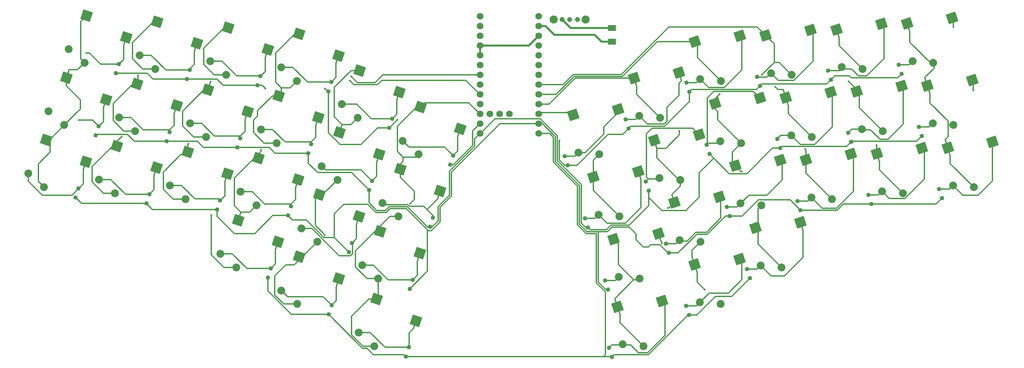
<source format=gbl>
G04 #@! TF.GenerationSoftware,KiCad,Pcbnew,8.0.4*
G04 #@! TF.CreationDate,2024-08-25T22:17:31+07:00*
G04 #@! TF.ProjectId,ozprey,6f7a7072-6579-42e6-9b69-6361645f7063,1.0*
G04 #@! TF.SameCoordinates,Original*
G04 #@! TF.FileFunction,Copper,L2,Bot*
G04 #@! TF.FilePolarity,Positive*
%FSLAX46Y46*%
G04 Gerber Fmt 4.6, Leading zero omitted, Abs format (unit mm)*
G04 Created by KiCad (PCBNEW 8.0.4) date 2024-08-25 22:17:31*
%MOMM*%
%LPD*%
G01*
G04 APERTURE LIST*
G04 Aperture macros list*
%AMRoundRect*
0 Rectangle with rounded corners*
0 $1 Rounding radius*
0 $2 $3 $4 $5 $6 $7 $8 $9 X,Y pos of 4 corners*
0 Add a 4 corners polygon primitive as box body*
4,1,4,$2,$3,$4,$5,$6,$7,$8,$9,$2,$3,0*
0 Add four circle primitives for the rounded corners*
1,1,$1+$1,$2,$3*
1,1,$1+$1,$4,$5*
1,1,$1+$1,$6,$7*
1,1,$1+$1,$8,$9*
0 Add four rect primitives between the rounded corners*
20,1,$1+$1,$2,$3,$4,$5,0*
20,1,$1+$1,$4,$5,$6,$7,0*
20,1,$1+$1,$6,$7,$8,$9,0*
20,1,$1+$1,$8,$9,$2,$3,0*%
%AMRotRect*
0 Rectangle, with rotation*
0 The origin of the aperture is its center*
0 $1 length*
0 $2 width*
0 $3 Rotation angle, in degrees counterclockwise*
0 Add horizontal line*
21,1,$1,$2,0,0,$3*%
G04 Aperture macros list end*
G04 #@! TA.AperFunction,ComponentPad*
%ADD10C,1.308000*%
G04 #@! TD*
G04 #@! TA.AperFunction,ComponentPad*
%ADD11C,2.100000*%
G04 #@! TD*
G04 #@! TA.AperFunction,SMDPad,CuDef*
%ADD12R,2.100000X1.500000*%
G04 #@! TD*
G04 #@! TA.AperFunction,SMDPad,CuDef*
%ADD13RotRect,2.600000X2.600000X18.000000*%
G04 #@! TD*
G04 #@! TA.AperFunction,ComponentPad*
%ADD14C,2.032000*%
G04 #@! TD*
G04 #@! TA.AperFunction,SMDPad,CuDef*
%ADD15RotRect,2.600000X2.600000X342.000000*%
G04 #@! TD*
G04 #@! TA.AperFunction,ComponentPad*
%ADD16C,1.752600*%
G04 #@! TD*
G04 #@! TA.AperFunction,SMDPad,CuDef*
%ADD17RoundRect,0.250000X0.160510X-0.315018X0.315018X0.160510X-0.160510X0.315018X-0.315018X-0.160510X0*%
G04 #@! TD*
G04 #@! TA.AperFunction,SMDPad,CuDef*
%ADD18RoundRect,0.250000X0.315018X-0.160510X0.160510X0.315018X-0.315018X0.160510X-0.160510X-0.315018X0*%
G04 #@! TD*
G04 #@! TA.AperFunction,ViaPad*
%ADD19C,0.500000*%
G04 #@! TD*
G04 #@! TA.AperFunction,Conductor*
%ADD20C,0.300000*%
G04 #@! TD*
G04 #@! TA.AperFunction,Conductor*
%ADD21C,0.500000*%
G04 #@! TD*
G04 APERTURE END LIST*
D10*
G04 #@! TO.P,SW43,1,1*
G04 #@! TO.N,unconnected-(SW43-Pad1)*
X166215469Y-55377832D03*
G04 #@! TO.P,SW43,2,2*
G04 #@! TO.N,Net-(BATT1--)*
X162215469Y-55377832D03*
G04 #@! TO.P,SW43,COM,COM*
G04 #@! TO.N,GND*
X164215469Y-55377832D03*
D11*
G04 #@! TO.P,SW43,M1*
G04 #@! TO.N,N/C*
X168365469Y-55377832D03*
G04 #@! TO.P,SW43,M2*
X160065469Y-55377832D03*
G04 #@! TD*
D12*
G04 #@! TO.P,BATT1,1,+*
G04 #@! TO.N,RAW*
X175215469Y-61177832D03*
G04 #@! TO.P,BATT1,2,-*
G04 #@! TO.N,Net-(BATT1--)*
X175215469Y-57577832D03*
G04 #@! TD*
D13*
G04 #@! TO.P,SW40,1,1*
G04 #@! TO.N,COL11*
X252036613Y-56433016D03*
D14*
X258813174Y-66691004D03*
G04 #@! TO.P,SW40,2,2*
G04 #@! TO.N,Net-(D40-A)*
X253408956Y-66238872D03*
D13*
X263701153Y-54956194D03*
G04 #@! TD*
G04 #@! TO.P,SW37,1,1*
G04 #@! TO.N,COL10*
X233619713Y-58000916D03*
D14*
X240396274Y-68258904D03*
G04 #@! TO.P,SW37,2,2*
G04 #@! TO.N,Net-(D37-A)*
X234992056Y-67806772D03*
D13*
X245284253Y-56524094D03*
G04 #@! TD*
G04 #@! TO.P,SW34,1,1*
G04 #@! TO.N,COL9*
X215202913Y-59568816D03*
D14*
X221979474Y-69826804D03*
G04 #@! TO.P,SW34,2,2*
G04 #@! TO.N,Net-(D34-A)*
X216575256Y-69374672D03*
D13*
X226867453Y-58091994D03*
G04 #@! TD*
G04 #@! TO.P,SW30,1,1*
G04 #@! TO.N,COL8*
X196786013Y-61136716D03*
D14*
X203562574Y-71394704D03*
G04 #@! TO.P,SW30,2,2*
G04 #@! TO.N,Net-(D30-A)*
X198158356Y-70942572D03*
D13*
X208450553Y-59659894D03*
G04 #@! TD*
G04 #@! TO.P,SW26,1,1*
G04 #@! TO.N,COL7*
X180964813Y-70693416D03*
D14*
X187741374Y-80951404D03*
G04 #@! TO.P,SW26,2,2*
G04 #@! TO.N,Net-(D26-A)*
X182337156Y-80499272D03*
D13*
X192629353Y-69216594D03*
G04 #@! TD*
G04 #@! TO.P,SW22,1,1*
G04 #@! TO.N,COL6*
X165143713Y-80250116D03*
D14*
X171920274Y-90508104D03*
G04 #@! TO.P,SW22,2,2*
G04 #@! TO.N,Net-(D22-A)*
X166516056Y-90055972D03*
D13*
X176808253Y-78773294D03*
G04 #@! TD*
D15*
G04 #@! TO.P,SW18,1,1*
G04 #@! TO.N,COL5*
X125447415Y-78226055D03*
D14*
X124900274Y-90508104D03*
G04 #@! TO.P,SW18,2,2*
G04 #@! TO.N,Net-(D18-A)*
X120793927Y-86965802D03*
D15*
X135752280Y-83887526D03*
G04 #@! TD*
G04 #@! TO.P,SW14,1,1*
G04 #@! TO.N,COL4*
X109626215Y-68669355D03*
D14*
X109079074Y-80951404D03*
G04 #@! TO.P,SW14,2,2*
G04 #@! TO.N,Net-(D14-A)*
X104972727Y-77409102D03*
D15*
X119931080Y-74330826D03*
G04 #@! TD*
G04 #@! TO.P,SW10,1,1*
G04 #@! TO.N,COL3*
X93805115Y-59112655D03*
D14*
X93257974Y-71394704D03*
G04 #@! TO.P,SW10,2,2*
G04 #@! TO.N,Net-(D10-A)*
X89151627Y-67852402D03*
D15*
X104109980Y-64774126D03*
G04 #@! TD*
G04 #@! TO.P,SW7,1,1*
G04 #@! TO.N,COL2*
X75388215Y-57544755D03*
D14*
X74841074Y-69826804D03*
G04 #@! TO.P,SW7,2,2*
G04 #@! TO.N,Net-(D7-A)*
X70734727Y-66284502D03*
D15*
X85693080Y-63206226D03*
G04 #@! TD*
G04 #@! TO.P,SW4,1,1*
G04 #@! TO.N,COL1*
X56971315Y-55976855D03*
D14*
X56424174Y-68258904D03*
G04 #@! TO.P,SW4,2,2*
G04 #@! TO.N,Net-(D4-A)*
X52317827Y-64716602D03*
D15*
X67276180Y-61638326D03*
G04 #@! TD*
G04 #@! TO.P,SW1,1,1*
G04 #@! TO.N,COL0*
X38554415Y-54408955D03*
D14*
X38007274Y-66691004D03*
G04 #@! TO.P,SW1,2,2*
G04 #@! TO.N,Net-(D1-A)*
X33900927Y-63148702D03*
D15*
X48859280Y-60070426D03*
G04 #@! TD*
D13*
G04 #@! TO.P,SW41,1,1*
G04 #@! TO.N,COL11*
X257289913Y-72601016D03*
D14*
X264066474Y-82859004D03*
G04 #@! TO.P,SW41,2,2*
G04 #@! TO.N,Net-(D41-A)*
X258662256Y-82406872D03*
D13*
X268954453Y-71124194D03*
G04 #@! TD*
G04 #@! TO.P,SW38,1,1*
G04 #@! TO.N,COL10*
X238873013Y-74168916D03*
D14*
X245649574Y-84426904D03*
G04 #@! TO.P,SW38,2,2*
G04 #@! TO.N,Net-(D38-A)*
X240245356Y-83974772D03*
D13*
X250537553Y-72692094D03*
G04 #@! TD*
G04 #@! TO.P,SW35,1,1*
G04 #@! TO.N,COL9*
X220456113Y-75736716D03*
D14*
X227232674Y-85994704D03*
G04 #@! TO.P,SW35,2,2*
G04 #@! TO.N,Net-(D35-A)*
X221828456Y-85542572D03*
D13*
X232120653Y-74259894D03*
G04 #@! TD*
G04 #@! TO.P,SW31,1,1*
G04 #@! TO.N,COL8*
X202039313Y-77304616D03*
D14*
X208815874Y-87562604D03*
G04 #@! TO.P,SW31,2,2*
G04 #@! TO.N,Net-(D31-A)*
X203411656Y-87110472D03*
D13*
X213703853Y-75827794D03*
G04 #@! TD*
G04 #@! TO.P,SW27,1,1*
G04 #@! TO.N,COL7*
X186218113Y-86861416D03*
D14*
X192994674Y-97119404D03*
G04 #@! TO.P,SW27,2,2*
G04 #@! TO.N,Net-(D27-A)*
X187590456Y-96667272D03*
D13*
X197882653Y-85384594D03*
G04 #@! TD*
G04 #@! TO.P,SW23,1,1*
G04 #@! TO.N,COL6*
X170397013Y-96418116D03*
D14*
X177173574Y-106676104D03*
G04 #@! TO.P,SW23,2,2*
G04 #@! TO.N,Net-(D23-A)*
X171769356Y-106223972D03*
D13*
X182061553Y-94941294D03*
G04 #@! TD*
D15*
G04 #@! TO.P,SW19,1,1*
G04 #@! TO.N,COL5*
X120194115Y-94394055D03*
D14*
X119646974Y-106676104D03*
G04 #@! TO.P,SW19,2,2*
G04 #@! TO.N,Net-(D19-A)*
X115540627Y-103133802D03*
D15*
X130498980Y-100055526D03*
G04 #@! TD*
G04 #@! TO.P,SW15,1,1*
G04 #@! TO.N,COL4*
X104372915Y-84837355D03*
D14*
X103825774Y-97119404D03*
G04 #@! TO.P,SW15,2,2*
G04 #@! TO.N,Net-(D15-A)*
X99719427Y-93577102D03*
D15*
X114677780Y-90498826D03*
G04 #@! TD*
G04 #@! TO.P,SW11,1,1*
G04 #@! TO.N,COL3*
X88551815Y-75280555D03*
D14*
X88004674Y-87562604D03*
G04 #@! TO.P,SW11,2,2*
G04 #@! TO.N,Net-(D11-A)*
X83898327Y-84020302D03*
D15*
X98856680Y-80942026D03*
G04 #@! TD*
G04 #@! TO.P,SW8,1,1*
G04 #@! TO.N,COL2*
X70134915Y-73712655D03*
D14*
X69587774Y-85994704D03*
G04 #@! TO.P,SW8,2,2*
G04 #@! TO.N,Net-(D8-A)*
X65481427Y-82452402D03*
D15*
X80439780Y-79374126D03*
G04 #@! TD*
G04 #@! TO.P,SW5,1,1*
G04 #@! TO.N,COL1*
X51718015Y-72144855D03*
D14*
X51170874Y-84426904D03*
G04 #@! TO.P,SW5,2,2*
G04 #@! TO.N,Net-(D5-A)*
X47064527Y-80884602D03*
D15*
X62022880Y-77806326D03*
G04 #@! TD*
G04 #@! TO.P,SW2,1,1*
G04 #@! TO.N,COL0*
X33301115Y-70576955D03*
D14*
X32753974Y-82859004D03*
G04 #@! TO.P,SW2,2,2*
G04 #@! TO.N,Net-(D2-A)*
X28647627Y-79316702D03*
D15*
X43605980Y-76238426D03*
G04 #@! TD*
D13*
G04 #@! TO.P,SW42,1,1*
G04 #@! TO.N,COL11*
X262543213Y-88769016D03*
D14*
X269319774Y-99027004D03*
G04 #@! TO.P,SW42,2,2*
G04 #@! TO.N,Net-(D42-A)*
X263915556Y-98574872D03*
D13*
X274207753Y-87292194D03*
G04 #@! TD*
G04 #@! TO.P,SW39,1,1*
G04 #@! TO.N,COL10*
X244126313Y-90336816D03*
D14*
X250902874Y-100594804D03*
G04 #@! TO.P,SW39,2,2*
G04 #@! TO.N,Net-(D39-A)*
X245498656Y-100142672D03*
D13*
X255790853Y-88859994D03*
G04 #@! TD*
G04 #@! TO.P,SW36,1,1*
G04 #@! TO.N,COL9*
X225709413Y-91904716D03*
D14*
X232485974Y-102162704D03*
G04 #@! TO.P,SW36,2,2*
G04 #@! TO.N,Net-(D36-A)*
X227081756Y-101710572D03*
D13*
X237373953Y-90427894D03*
G04 #@! TD*
G04 #@! TO.P,SW32,1,1*
G04 #@! TO.N,COL8*
X207292513Y-93472616D03*
D14*
X214069074Y-103730604D03*
G04 #@! TO.P,SW32,2,2*
G04 #@! TO.N,Net-(D32-A)*
X208664856Y-103278472D03*
D13*
X218957053Y-91995794D03*
G04 #@! TD*
G04 #@! TO.P,SW28,1,1*
G04 #@! TO.N,COL7*
X191471413Y-103029316D03*
D14*
X198247974Y-113287304D03*
G04 #@! TO.P,SW28,2,2*
G04 #@! TO.N,Net-(D28-A)*
X192843756Y-112835172D03*
D13*
X203135953Y-101552494D03*
G04 #@! TD*
G04 #@! TO.P,SW24,1,1*
G04 #@! TO.N,COL6*
X175650313Y-112586116D03*
D14*
X182426874Y-122844104D03*
G04 #@! TO.P,SW24,2,2*
G04 #@! TO.N,Net-(D24-A)*
X177022656Y-122391972D03*
D13*
X187314853Y-111109294D03*
G04 #@! TD*
D15*
G04 #@! TO.P,SW20,1,1*
G04 #@! TO.N,COL5*
X114940815Y-110562055D03*
D14*
X114393674Y-122844104D03*
G04 #@! TO.P,SW20,2,2*
G04 #@! TO.N,Net-(D20-A)*
X110287327Y-119301802D03*
D15*
X125245680Y-116223526D03*
G04 #@! TD*
G04 #@! TO.P,SW16,1,1*
G04 #@! TO.N,COL4*
X99119615Y-101005255D03*
D14*
X98572474Y-113287304D03*
G04 #@! TO.P,SW16,2,2*
G04 #@! TO.N,Net-(D16-A)*
X94466127Y-109745002D03*
D15*
X109424480Y-106666726D03*
G04 #@! TD*
G04 #@! TO.P,SW12,1,1*
G04 #@! TO.N,COL3*
X83298515Y-91448555D03*
D14*
X82751374Y-103730604D03*
G04 #@! TO.P,SW12,2,2*
G04 #@! TO.N,Net-(D12-A)*
X78645027Y-100188302D03*
D15*
X93603380Y-97110026D03*
G04 #@! TD*
G04 #@! TO.P,SW9,1,1*
G04 #@! TO.N,COL2*
X64881615Y-89880655D03*
D14*
X64334474Y-102162704D03*
G04 #@! TO.P,SW9,2,2*
G04 #@! TO.N,Net-(D9-A)*
X60228127Y-98620402D03*
D15*
X75186480Y-95542126D03*
G04 #@! TD*
G04 #@! TO.P,SW6,1,1*
G04 #@! TO.N,COL1*
X46464715Y-88312755D03*
D14*
X45917574Y-100594804D03*
G04 #@! TO.P,SW6,2,2*
G04 #@! TO.N,Net-(D6-A)*
X41811227Y-97052502D03*
D15*
X56769580Y-93974226D03*
G04 #@! TD*
G04 #@! TO.P,SW3,1,1*
G04 #@! TO.N,COL0*
X28047815Y-86744955D03*
D14*
X27500674Y-99027004D03*
G04 #@! TO.P,SW3,2,2*
G04 #@! TO.N,Net-(D3-A)*
X23394327Y-95484702D03*
D15*
X38352680Y-92406426D03*
G04 #@! TD*
D13*
G04 #@! TO.P,SW33,1,1*
G04 #@! TO.N,COL8*
X212545813Y-109640516D03*
D14*
X219322374Y-119898504D03*
G04 #@! TO.P,SW33,2,2*
G04 #@! TO.N,Net-(D33-A)*
X213918156Y-119446372D03*
D13*
X224210353Y-108163694D03*
G04 #@! TD*
G04 #@! TO.P,SW29,1,1*
G04 #@! TO.N,COL7*
X196724713Y-119197316D03*
D14*
X203501274Y-129455304D03*
G04 #@! TO.P,SW29,2,2*
G04 #@! TO.N,Net-(D29-A)*
X198097056Y-129003172D03*
D13*
X208389253Y-117720494D03*
G04 #@! TD*
D15*
G04 #@! TO.P,SW21,1,1*
G04 #@! TO.N,COL5*
X113967315Y-128120555D03*
D14*
X113420174Y-140402604D03*
G04 #@! TO.P,SW21,2,2*
G04 #@! TO.N,Net-(D21-A)*
X109313827Y-136860302D03*
D15*
X124272180Y-133782026D03*
G04 #@! TD*
G04 #@! TO.P,SW17,1,1*
G04 #@! TO.N,COL4*
X93866415Y-117173255D03*
D14*
X93319274Y-129455304D03*
G04 #@! TO.P,SW17,2,2*
G04 #@! TO.N,Net-(D17-A)*
X89212927Y-125913002D03*
D15*
X104171280Y-122834726D03*
G04 #@! TD*
D13*
G04 #@! TO.P,SW25,1,1*
G04 #@! TO.N,COL6*
X176623813Y-130144616D03*
D14*
X183400374Y-140402604D03*
G04 #@! TO.P,SW25,2,2*
G04 #@! TO.N,Net-(D25-A)*
X177996156Y-139950472D03*
D13*
X188288353Y-128667794D03*
G04 #@! TD*
D15*
G04 #@! TO.P,SW13,1,1*
G04 #@! TO.N,COL3*
X78045215Y-107616455D03*
D14*
X77498074Y-119898504D03*
G04 #@! TO.P,SW13,2,2*
G04 #@! TO.N,Net-(D13-A)*
X73391727Y-116356202D03*
D15*
X88350080Y-113277926D03*
G04 #@! TD*
D16*
G04 #@! TO.P,U1,1,TX0/P0.06*
G04 #@! TO.N,unconnected-(U1-TX0{slash}P0.06-Pad1)*
X140881074Y-57129672D03*
G04 #@! TO.P,U1,2,RX1/P0.08*
G04 #@! TO.N,unconnected-(U1-RX1{slash}P0.08-Pad2)*
X140881074Y-59669672D03*
G04 #@! TO.P,U1,3,GND*
G04 #@! TO.N,GND*
X140881074Y-62209672D03*
G04 #@! TO.P,U1,4,GND*
X140881074Y-64749672D03*
G04 #@! TO.P,U1,5,P0.17*
G04 #@! TO.N,COL0*
X140881074Y-67289672D03*
G04 #@! TO.P,U1,6,P0.20*
G04 #@! TO.N,COL1*
X140881074Y-69829672D03*
G04 #@! TO.P,U1,7,P0.22*
G04 #@! TO.N,COL2*
X140881074Y-72369672D03*
G04 #@! TO.P,U1,8,P0.24*
G04 #@! TO.N,COL3*
X140881074Y-74909672D03*
G04 #@! TO.P,U1,9,P1.00*
G04 #@! TO.N,COL4*
X140881074Y-77449672D03*
G04 #@! TO.P,U1,10,P0.11*
G04 #@! TO.N,COL5*
X140881074Y-79989672D03*
G04 #@! TO.P,U1,11,P1.04*
G04 #@! TO.N,ROW0*
X140881074Y-82529672D03*
G04 #@! TO.P,U1,12,P1.06*
G04 #@! TO.N,ROW1*
X140881074Y-85069672D03*
G04 #@! TO.P,U1,13,NFC1/P0.09*
G04 #@! TO.N,ROW3*
X156121074Y-85069672D03*
G04 #@! TO.P,U1,14,NFC2/P0.10*
G04 #@! TO.N,ROW2*
X156121074Y-82529672D03*
G04 #@! TO.P,U1,15,P1.11*
G04 #@! TO.N,COL6*
X156121074Y-79989672D03*
G04 #@! TO.P,U1,16,P1.13*
G04 #@! TO.N,COL7*
X156121074Y-77449672D03*
G04 #@! TO.P,U1,17,P1.15*
G04 #@! TO.N,COL8*
X156121074Y-74909672D03*
G04 #@! TO.P,U1,18,AIN0/P0.02*
G04 #@! TO.N,COL9*
X156121074Y-72369672D03*
G04 #@! TO.P,U1,19,AIN5/P0.29*
G04 #@! TO.N,COL10*
X156121074Y-69829672D03*
G04 #@! TO.P,U1,20,AIN7/P0.31*
G04 #@! TO.N,COL11*
X156121074Y-67289672D03*
G04 #@! TO.P,U1,21,VCC*
G04 #@! TO.N,3.3V*
X156121074Y-64749672D03*
G04 #@! TO.P,U1,22,RST*
G04 #@! TO.N,RST*
X156121074Y-62209672D03*
G04 #@! TO.P,U1,23,GND*
G04 #@! TO.N,GND*
X156121074Y-59669672D03*
G04 #@! TO.P,U1,24,BATIN/P0.04*
G04 #@! TO.N,RAW*
X156121074Y-57129672D03*
G04 #@! TO.P,U1,30*
G04 #@! TO.N,N/C*
X140881074Y-54589672D03*
G04 #@! TO.P,U1,31,P1.01*
G04 #@! TO.N,unconnected-(U1-P1.01-Pad31)*
X143421074Y-79989672D03*
G04 #@! TO.P,U1,32,P1.02*
G04 #@! TO.N,unconnected-(U1-P1.02-Pad32)*
X145961074Y-79989672D03*
G04 #@! TO.P,U1,33,P1.07*
G04 #@! TO.N,unconnected-(U1-P1.07-Pad33)*
X148501074Y-79989672D03*
G04 #@! TO.P,U1,34*
G04 #@! TO.N,N/C*
X156121074Y-54589672D03*
G04 #@! TD*
D17*
G04 #@! TO.P,D11,1,K*
G04 #@! TO.N,ROW1*
X96201903Y-90256293D03*
G04 #@! TO.P,D11,2,A*
G04 #@! TO.N,Net-(D11-A)*
X96974445Y-87878651D03*
G04 #@! TD*
D18*
G04 #@! TO.P,D39,1,K*
G04 #@! TO.N,ROW2*
X242684945Y-103441893D03*
G04 #@! TO.P,D39,2,A*
G04 #@! TO.N,Net-(D39-A)*
X241912403Y-101064251D03*
G04 #@! TD*
D17*
G04 #@! TO.P,D12,1,K*
G04 #@! TO.N,ROW2*
X90948603Y-106424193D03*
G04 #@! TO.P,D12,2,A*
G04 #@! TO.N,Net-(D12-A)*
X91721145Y-104046551D03*
G04 #@! TD*
G04 #@! TO.P,D10,1,K*
G04 #@! TO.N,ROW0*
X101455103Y-74088293D03*
G04 #@! TO.P,D10,2,A*
G04 #@! TO.N,Net-(D10-A)*
X102227645Y-71710651D03*
G04 #@! TD*
D18*
G04 #@! TO.P,D26,1,K*
G04 #@! TO.N,ROW0*
X179523445Y-83798493D03*
G04 #@! TO.P,D26,2,A*
G04 #@! TO.N,Net-(D26-A)*
X178750903Y-81420851D03*
G04 #@! TD*
G04 #@! TO.P,D24,1,K*
G04 #@! TO.N,ROW2*
X174208845Y-125691093D03*
G04 #@! TO.P,D24,2,A*
G04 #@! TO.N,Net-(D24-A)*
X173436303Y-123313451D03*
G04 #@! TD*
D17*
G04 #@! TO.P,D4,1,K*
G04 #@! TO.N,ROW0*
X64621403Y-70952593D03*
G04 #@! TO.P,D4,2,A*
G04 #@! TO.N,Net-(D4-A)*
X65393945Y-68574951D03*
G04 #@! TD*
D18*
G04 #@! TO.P,D25,1,K*
G04 #@! TO.N,ROW3*
X175182345Y-143249593D03*
G04 #@! TO.P,D25,2,A*
G04 #@! TO.N,Net-(D25-A)*
X174409803Y-140871951D03*
G04 #@! TD*
D17*
G04 #@! TO.P,D16,1,K*
G04 #@! TO.N,ROW2*
X106769703Y-115980993D03*
G04 #@! TO.P,D16,2,A*
G04 #@! TO.N,Net-(D16-A)*
X107542245Y-113603351D03*
G04 #@! TD*
G04 #@! TO.P,D17,1,K*
G04 #@! TO.N,ROW3*
X101516403Y-132148893D03*
G04 #@! TO.P,D17,2,A*
G04 #@! TO.N,Net-(D17-A)*
X102288945Y-129771251D03*
G04 #@! TD*
G04 #@! TO.P,D14,1,K*
G04 #@! TO.N,ROW0*
X117276303Y-83644993D03*
G04 #@! TO.P,D14,2,A*
G04 #@! TO.N,Net-(D14-A)*
X118048845Y-81267351D03*
G04 #@! TD*
D18*
G04 #@! TO.P,D32,1,K*
G04 #@! TO.N,ROW2*
X205851145Y-106577593D03*
G04 #@! TO.P,D32,2,A*
G04 #@! TO.N,Net-(D32-A)*
X205078603Y-104199951D03*
G04 #@! TD*
G04 #@! TO.P,D27,1,K*
G04 #@! TO.N,ROW1*
X184776745Y-99966393D03*
G04 #@! TO.P,D27,2,A*
G04 #@! TO.N,Net-(D27-A)*
X184004203Y-97588751D03*
G04 #@! TD*
G04 #@! TO.P,D38,1,K*
G04 #@! TO.N,ROW1*
X237431645Y-87273893D03*
G04 #@! TO.P,D38,2,A*
G04 #@! TO.N,Net-(D38-A)*
X236659103Y-84896251D03*
G04 #@! TD*
D17*
G04 #@! TO.P,D20,1,K*
G04 #@! TO.N,ROW2*
X122590903Y-125537693D03*
G04 #@! TO.P,D20,2,A*
G04 #@! TO.N,Net-(D20-A)*
X123363445Y-123160051D03*
G04 #@! TD*
G04 #@! TO.P,D21,1,K*
G04 #@! TO.N,ROW3*
X121617303Y-143096193D03*
G04 #@! TO.P,D21,2,A*
G04 #@! TO.N,Net-(D21-A)*
X122389845Y-140718551D03*
G04 #@! TD*
G04 #@! TO.P,D3,1,K*
G04 #@! TO.N,ROW2*
X35697903Y-101720593D03*
G04 #@! TO.P,D3,2,A*
G04 #@! TO.N,Net-(D3-A)*
X36470445Y-99342951D03*
G04 #@! TD*
D18*
G04 #@! TO.P,D37,1,K*
G04 #@! TO.N,ROW0*
X232178345Y-71105993D03*
G04 #@! TO.P,D37,2,A*
G04 #@! TO.N,Net-(D37-A)*
X231405803Y-68728351D03*
G04 #@! TD*
G04 #@! TO.P,D30,1,K*
G04 #@! TO.N,ROW0*
X195344545Y-74241693D03*
G04 #@! TO.P,D30,2,A*
G04 #@! TO.N,Net-(D30-A)*
X194572003Y-71864051D03*
G04 #@! TD*
D17*
G04 #@! TO.P,D9,1,K*
G04 #@! TO.N,ROW2*
X72531703Y-104856393D03*
G04 #@! TO.P,D9,2,A*
G04 #@! TO.N,Net-(D9-A)*
X73304245Y-102478751D03*
G04 #@! TD*
G04 #@! TO.P,D18,1,K*
G04 #@! TO.N,ROW0*
X133097403Y-93201793D03*
G04 #@! TO.P,D18,2,A*
G04 #@! TO.N,Net-(D18-A)*
X133869945Y-90824151D03*
G04 #@! TD*
G04 #@! TO.P,D2,1,K*
G04 #@! TO.N,ROW1*
X40951203Y-85552693D03*
G04 #@! TO.P,D2,2,A*
G04 #@! TO.N,Net-(D2-A)*
X41723745Y-83175051D03*
G04 #@! TD*
D18*
G04 #@! TO.P,D34,1,K*
G04 #@! TO.N,ROW0*
X213761445Y-72673793D03*
G04 #@! TO.P,D34,2,A*
G04 #@! TO.N,Net-(D34-A)*
X212988903Y-70296151D03*
G04 #@! TD*
G04 #@! TO.P,D42,1,K*
G04 #@! TO.N,ROW2*
X261101845Y-101873993D03*
G04 #@! TO.P,D42,2,A*
G04 #@! TO.N,Net-(D42-A)*
X260329303Y-99496351D03*
G04 #@! TD*
G04 #@! TO.P,D31,1,K*
G04 #@! TO.N,ROW1*
X200597845Y-90409693D03*
G04 #@! TO.P,D31,2,A*
G04 #@! TO.N,Net-(D31-A)*
X199825303Y-88032051D03*
G04 #@! TD*
D17*
G04 #@! TO.P,D13,1,K*
G04 #@! TO.N,ROW3*
X85695303Y-122592193D03*
G04 #@! TO.P,D13,2,A*
G04 #@! TO.N,Net-(D13-A)*
X86467845Y-120214551D03*
G04 #@! TD*
D18*
G04 #@! TO.P,D40,1,K*
G04 #@! TO.N,ROW0*
X250595245Y-69538093D03*
G04 #@! TO.P,D40,2,A*
G04 #@! TO.N,Net-(D40-A)*
X249822703Y-67160451D03*
G04 #@! TD*
G04 #@! TO.P,D41,1,K*
G04 #@! TO.N,ROW1*
X255848545Y-85706093D03*
G04 #@! TO.P,D41,2,A*
G04 #@! TO.N,Net-(D41-A)*
X255076003Y-83328451D03*
G04 #@! TD*
D17*
G04 #@! TO.P,D6,1,K*
G04 #@! TO.N,ROW2*
X54114803Y-103288493D03*
G04 #@! TO.P,D6,2,A*
G04 #@! TO.N,Net-(D6-A)*
X54887345Y-100910851D03*
G04 #@! TD*
D18*
G04 #@! TO.P,D29,1,K*
G04 #@! TO.N,ROW3*
X195283245Y-132302293D03*
G04 #@! TO.P,D29,2,A*
G04 #@! TO.N,Net-(D29-A)*
X194510703Y-129924651D03*
G04 #@! TD*
G04 #@! TO.P,D22,1,K*
G04 #@! TO.N,ROW0*
X163702245Y-93355193D03*
G04 #@! TO.P,D22,2,A*
G04 #@! TO.N,Net-(D22-A)*
X162929703Y-90977551D03*
G04 #@! TD*
G04 #@! TO.P,D33,1,K*
G04 #@! TO.N,ROW3*
X211104445Y-122745593D03*
G04 #@! TO.P,D33,2,A*
G04 #@! TO.N,Net-(D33-A)*
X210331903Y-120367951D03*
G04 #@! TD*
D17*
G04 #@! TO.P,D15,1,K*
G04 #@! TO.N,ROW1*
X112023003Y-99812993D03*
G04 #@! TO.P,D15,2,A*
G04 #@! TO.N,Net-(D15-A)*
X112795545Y-97435351D03*
G04 #@! TD*
D18*
G04 #@! TO.P,D28,1,K*
G04 #@! TO.N,ROW2*
X190029945Y-116134393D03*
G04 #@! TO.P,D28,2,A*
G04 #@! TO.N,Net-(D28-A)*
X189257403Y-113756751D03*
G04 #@! TD*
G04 #@! TO.P,D36,1,K*
G04 #@! TO.N,ROW2*
X224268045Y-105009793D03*
G04 #@! TO.P,D36,2,A*
G04 #@! TO.N,Net-(D36-A)*
X223495503Y-102632151D03*
G04 #@! TD*
G04 #@! TO.P,D23,1,K*
G04 #@! TO.N,ROW1*
X168955545Y-109523193D03*
G04 #@! TO.P,D23,2,A*
G04 #@! TO.N,Net-(D23-A)*
X168183003Y-107145551D03*
G04 #@! TD*
D17*
G04 #@! TO.P,D1,1,K*
G04 #@! TO.N,ROW0*
X46204003Y-69384593D03*
G04 #@! TO.P,D1,2,A*
G04 #@! TO.N,Net-(D1-A)*
X46976545Y-67006951D03*
G04 #@! TD*
D18*
G04 #@! TO.P,D35,1,K*
G04 #@! TO.N,ROW1*
X219014745Y-88841793D03*
G04 #@! TO.P,D35,2,A*
G04 #@! TO.N,Net-(D35-A)*
X218242203Y-86464151D03*
G04 #@! TD*
D17*
G04 #@! TO.P,D5,1,K*
G04 #@! TO.N,ROW1*
X59367103Y-87120193D03*
G04 #@! TO.P,D5,2,A*
G04 #@! TO.N,Net-(D5-A)*
X60139645Y-84742551D03*
G04 #@! TD*
G04 #@! TO.P,D7,1,K*
G04 #@! TO.N,ROW0*
X83038303Y-72520393D03*
G04 #@! TO.P,D7,2,A*
G04 #@! TO.N,Net-(D7-A)*
X83810845Y-70142751D03*
G04 #@! TD*
G04 #@! TO.P,D19,1,K*
G04 #@! TO.N,ROW1*
X127844103Y-109369793D03*
G04 #@! TO.P,D19,2,A*
G04 #@! TO.N,Net-(D19-A)*
X128616645Y-106992151D03*
G04 #@! TD*
G04 #@! TO.P,D8,1,K*
G04 #@! TO.N,ROW1*
X77785003Y-88688393D03*
G04 #@! TO.P,D8,2,A*
G04 #@! TO.N,Net-(D8-A)*
X78557545Y-86310751D03*
G04 #@! TD*
D19*
G04 #@! TO.N,Net-(D1-A)*
X38501043Y-64099704D03*
G04 #@! TO.N,Net-(D2-A)*
X36501043Y-81599704D03*
G04 #@! TO.N,Net-(D24-A)*
X188121174Y-113674172D03*
G04 #@! TO.N,Net-(D40-A)*
X264001043Y-57377832D03*
G04 #@! TO.N,Net-(D41-A)*
X269215469Y-73877832D03*
G04 #@! TO.N,ROW0*
X85068574Y-73351972D03*
X161601043Y-86883588D03*
X119394374Y-81526872D03*
X100501043Y-73351972D03*
G04 #@! TO.N,COL1*
X51976974Y-70020672D03*
X107394974Y-70205773D03*
X47670074Y-85866772D03*
G04 #@! TO.N,COL2*
X65082574Y-87756372D03*
X70819174Y-71592872D03*
G04 #@! TO.N,COL3*
X107016874Y-71303172D03*
X83935974Y-89324372D03*
X71001043Y-106305503D03*
G04 #@! TO.N,COL4*
X100484874Y-111563272D03*
G04 #@! TO.N,COL5*
X122746192Y-103344853D03*
G04 #@! TO.N,COL6*
X165001043Y-80296412D03*
X175650274Y-112586072D03*
G04 #@! TO.N,COL7*
X192773074Y-84343072D03*
X199373675Y-125727072D03*
X189767774Y-104464272D03*
G04 #@! TO.N,COL8*
X209005174Y-94935872D03*
X203248143Y-74846804D03*
G04 #@! TO.N,COL9*
X225541774Y-89086872D03*
X214276574Y-69844172D03*
X217683574Y-72964172D03*
G04 #@! TO.N,COL10*
X244001043Y-88099704D03*
X236720074Y-71499704D03*
G04 #@! TD*
D20*
G04 #@! TO.N,Net-(D41-A)*
X269215469Y-73877832D02*
X269215469Y-71385210D01*
X269215469Y-71385210D02*
X268954453Y-71124194D01*
G04 #@! TO.N,Net-(D40-A)*
X263701153Y-54956194D02*
X264001043Y-55256084D01*
X264001043Y-55256084D02*
X264001043Y-57377832D01*
G04 #@! TO.N,COL9*
X156121074Y-72369672D02*
X162516523Y-72369672D01*
X162516523Y-72369672D02*
X164899929Y-69986265D01*
X164899929Y-69986265D02*
X165192822Y-69693372D01*
X165192822Y-69693372D02*
X177692823Y-69693372D01*
X177692823Y-69693372D02*
X190008363Y-57377832D01*
X190008363Y-57377832D02*
X213011929Y-57377832D01*
X213011929Y-57377832D02*
X217441074Y-61806977D01*
X217441074Y-61806977D02*
X217441074Y-66574672D01*
D21*
G04 #@! TO.N,RAW*
X175215469Y-61177832D02*
X172515469Y-61177832D01*
X172515469Y-61177832D02*
X170715469Y-59377832D01*
X170715469Y-59377832D02*
X160215469Y-59377832D01*
X160215469Y-59377832D02*
X157967309Y-57129672D01*
X157967309Y-57129672D02*
X156121074Y-57129672D01*
G04 #@! TO.N,Net-(BATT1--)*
X162215469Y-55377832D02*
X164415469Y-57577832D01*
X164415469Y-57577832D02*
X175215469Y-57577832D01*
D20*
G04 #@! TO.N,COL8*
X156121074Y-74909672D02*
X160683629Y-74909672D01*
X160683629Y-74909672D02*
X165399929Y-70193372D01*
X165399929Y-70193372D02*
X177899929Y-70193372D01*
X177899929Y-70193372D02*
X186956585Y-61136716D01*
X186956585Y-61136716D02*
X196786013Y-61136716D01*
D21*
G04 #@! TO.N,GND*
X140881074Y-64749672D02*
X140881074Y-62209672D01*
X153581074Y-62209672D02*
X156121074Y-59669672D01*
X140881074Y-62209672D02*
X153581074Y-62209672D01*
D20*
G04 #@! TO.N,Net-(D1-A)*
X39332906Y-64099704D02*
X42240153Y-67006951D01*
X48183074Y-62151672D02*
X48183174Y-62151672D01*
X48183174Y-62151672D02*
X48183174Y-65800322D01*
X42240153Y-67006951D02*
X46976545Y-67006951D01*
X48183174Y-65800322D02*
X46976545Y-67006951D01*
X48859274Y-60070472D02*
X48183074Y-62151672D01*
X38501043Y-64099704D02*
X39332906Y-64099704D01*
G04 #@! TO.N,Net-(D2-A)*
X40148398Y-81599704D02*
X36501043Y-81599704D01*
X43605974Y-76238472D02*
X42929774Y-78319672D01*
X42929874Y-81968972D02*
X42929874Y-78319672D01*
X42929874Y-78319672D02*
X42929774Y-78319672D01*
X41723774Y-83175072D02*
X42929874Y-81968972D01*
X41723745Y-83175051D02*
X40148398Y-81599704D01*
G04 #@! TO.N,Net-(D3-A)*
X34713742Y-101099704D02*
X27001043Y-101099704D01*
X37676474Y-94487672D02*
X37676574Y-94487672D01*
X38352674Y-92406472D02*
X37676474Y-94487672D01*
X37676574Y-94487672D02*
X37676574Y-98136872D01*
X27001043Y-101099704D02*
X23394374Y-97493035D01*
X37676574Y-98136872D02*
X34713742Y-101099704D01*
X23394374Y-97493035D02*
X23394374Y-95484672D01*
G04 #@! TO.N,Net-(D4-A)*
X55326374Y-64716572D02*
X52317874Y-64716572D01*
X59184753Y-68574951D02*
X55326374Y-64716572D01*
X65158346Y-68574951D02*
X59184753Y-68574951D01*
X66600074Y-63719572D02*
X66600074Y-67133223D01*
X67276174Y-61638372D02*
X66599974Y-63719572D01*
X66600074Y-67133223D02*
X65158346Y-68574951D01*
X66599974Y-63719572D02*
X66600074Y-63719572D01*
G04 #@! TO.N,Net-(D5-A)*
X62022874Y-77806372D02*
X61346674Y-79887572D01*
X53327474Y-84138972D02*
X50073074Y-80884572D01*
X50073074Y-80884572D02*
X47064574Y-80884572D01*
X61346774Y-79887572D02*
X61346774Y-82931872D01*
X60139674Y-84742572D02*
X60139674Y-84138972D01*
X61346674Y-79887572D02*
X61346774Y-79887572D01*
X61346774Y-82931872D02*
X60139674Y-84138972D01*
X60139674Y-84138972D02*
X53327474Y-84138972D01*
G04 #@! TO.N,Net-(D6-A)*
X54887345Y-100910851D02*
X48678153Y-100910851D01*
X56093374Y-96055472D02*
X56093474Y-96055472D01*
X56093474Y-96055472D02*
X56093474Y-99704722D01*
X56769574Y-93974272D02*
X56093374Y-96055472D01*
X56093474Y-99704722D02*
X54887345Y-100910851D01*
X48678153Y-100910851D02*
X44819774Y-97052472D01*
X44819774Y-97052472D02*
X41811274Y-97052472D01*
G04 #@! TO.N,Net-(D7-A)*
X83767798Y-70099704D02*
X77558506Y-70099704D01*
X77558506Y-70099704D02*
X73743274Y-66284472D01*
X85016874Y-65287472D02*
X85016974Y-65287472D01*
X85693074Y-63206272D02*
X85016874Y-65287472D01*
X73743274Y-66284472D02*
X70734774Y-66284472D01*
X85016974Y-68936622D02*
X83810845Y-70142751D01*
X83810845Y-70142751D02*
X83767798Y-70099704D01*
X85016974Y-65287472D02*
X85016974Y-68936622D01*
G04 #@! TO.N,Net-(D8-A)*
X79763574Y-81455372D02*
X79763674Y-81455372D01*
X71745274Y-85707672D02*
X68489974Y-82452372D01*
X79763674Y-84501572D02*
X78557574Y-85707672D01*
X80439774Y-79374172D02*
X79763574Y-81455372D01*
X78557574Y-85707672D02*
X71745274Y-85707672D01*
X68489974Y-82452372D02*
X65481474Y-82452372D01*
X78557574Y-86310772D02*
X78557574Y-85707672D01*
X79763674Y-81455372D02*
X79763674Y-84501572D01*
G04 #@! TO.N,Net-(D9-A)*
X74510374Y-97623372D02*
X74510374Y-101272622D01*
X73304245Y-102478751D02*
X72925198Y-102099704D01*
X74510274Y-97623372D02*
X74510374Y-97623372D01*
X66716006Y-102099704D02*
X63236674Y-98620372D01*
X73304274Y-102478722D02*
X73304274Y-102478772D01*
X72925198Y-102099704D02*
X66716006Y-102099704D01*
X74510374Y-101272622D02*
X73304274Y-102478722D01*
X75186474Y-95542172D02*
X74510274Y-97623372D01*
X63236674Y-98620372D02*
X60228174Y-98620372D01*
G04 #@! TO.N,Net-(D10-A)*
X103433874Y-66855372D02*
X103433874Y-70504422D01*
X92160174Y-67852372D02*
X89151674Y-67852372D01*
X96018453Y-71710651D02*
X92160174Y-67852372D01*
X103433774Y-66855372D02*
X103433874Y-66855372D01*
X104109974Y-64774172D02*
X103433774Y-66855372D01*
X102227645Y-71710651D02*
X96018453Y-71710651D01*
X103433874Y-70504422D02*
X102227645Y-71710651D01*
G04 #@! TO.N,Net-(D11-A)*
X98180574Y-86069472D02*
X96974474Y-87275572D01*
X86906874Y-84020272D02*
X83898374Y-84020272D01*
X96974474Y-87275572D02*
X90162174Y-87275572D01*
X90162174Y-87275572D02*
X86906874Y-84020272D01*
X98856674Y-80942072D02*
X98180474Y-83023272D01*
X98180574Y-83023272D02*
X98180574Y-86069472D01*
X96974474Y-87878672D02*
X96974474Y-87275572D01*
X98180474Y-83023272D02*
X98180574Y-83023272D01*
G04 #@! TO.N,Net-(D12-A)*
X93603374Y-97110072D02*
X92927174Y-99191272D01*
X91721174Y-103443472D02*
X84908774Y-103443472D01*
X92927274Y-99191272D02*
X92927274Y-102237372D01*
X91721174Y-104046572D02*
X91721174Y-103443472D01*
X84908774Y-103443472D02*
X81653574Y-100188272D01*
X92927274Y-102237372D02*
X91721174Y-103443472D01*
X81653574Y-100188272D02*
X78645074Y-100188272D01*
X92927174Y-99191272D02*
X92927274Y-99191272D01*
G04 #@! TO.N,Net-(D13-A)*
X87673974Y-115359172D02*
X87673974Y-119008422D01*
X88350074Y-113277972D02*
X87673874Y-115359172D01*
X86467845Y-120214551D02*
X80258653Y-120214551D01*
X86467874Y-120214572D02*
X86467866Y-120214572D01*
X80258653Y-120214551D02*
X76400274Y-116356172D01*
X86467866Y-120214572D02*
X86467845Y-120214551D01*
X87673874Y-115359172D02*
X87673974Y-115359172D01*
X87673974Y-119008422D02*
X86467845Y-120214551D01*
X76400274Y-116356172D02*
X73391774Y-116356172D01*
G04 #@! TO.N,Net-(D14-A)*
X108810411Y-77409072D02*
X104972774Y-77409072D01*
X119254874Y-76412072D02*
X119254974Y-76412072D01*
X118048874Y-81267372D02*
X112668711Y-81267372D01*
X119254974Y-80061272D02*
X118048874Y-81267372D01*
X112668711Y-81267372D02*
X108810411Y-77409072D01*
X119254974Y-76412072D02*
X119254974Y-80061272D01*
X119931074Y-74330872D02*
X119254874Y-76412072D01*
G04 #@! TO.N,Net-(D15-A)*
X109925374Y-94565172D02*
X100707574Y-94565172D01*
X100707574Y-94565172D02*
X99719474Y-93577072D01*
X114001574Y-92580072D02*
X114001674Y-92580072D01*
X114001674Y-92580072D02*
X114001674Y-96229272D01*
X114001674Y-96229272D02*
X112795574Y-97435372D01*
X112795574Y-97435372D02*
X109925374Y-94565172D01*
X114677774Y-90498872D02*
X114001574Y-92580072D01*
G04 #@! TO.N,Net-(D16-A)*
X94466174Y-109744972D02*
X97106374Y-109744972D01*
X107693074Y-116394872D02*
X107693074Y-113603372D01*
X107542274Y-113603372D02*
X107693074Y-113603372D01*
X108748374Y-112397272D02*
X108748374Y-108747972D01*
X107693074Y-113603372D02*
X108145374Y-113151072D01*
X108748374Y-108747972D02*
X108748274Y-108747972D01*
X104285974Y-116924572D02*
X107163374Y-116924572D01*
X109424474Y-106666772D02*
X108748274Y-108747972D01*
X97106374Y-109744972D02*
X104285974Y-116924572D01*
X108145374Y-113151072D02*
X108145374Y-113000272D01*
X108145374Y-113000272D02*
X108748374Y-112397272D01*
X107163374Y-116924572D02*
X107693074Y-116394872D01*
G04 #@! TO.N,Net-(D17-A)*
X90864374Y-127564372D02*
X89212974Y-125912972D01*
X102288974Y-129771272D02*
X100082074Y-127564372D01*
X103495174Y-128565072D02*
X103495174Y-124915972D01*
X104171274Y-122834772D02*
X103495074Y-124915972D01*
X100082074Y-127564372D02*
X90864374Y-127564372D01*
X102288974Y-129771272D02*
X103495174Y-128565072D01*
X103495174Y-124915972D02*
X103495074Y-124915972D01*
G04 #@! TO.N,Net-(D18-A)*
X135076174Y-89617972D02*
X135076174Y-85968772D01*
X133869974Y-90824172D02*
X135076174Y-89617972D01*
X135752274Y-83887572D02*
X135076074Y-85968772D01*
X131662974Y-88617172D02*
X122445374Y-88617172D01*
X122445374Y-88617172D02*
X120793974Y-86965772D01*
X133869974Y-90824172D02*
X131662974Y-88617172D01*
X135076174Y-85968772D02*
X135076074Y-85968772D01*
G04 #@! TO.N,Net-(D19-A)*
X115540674Y-103133772D02*
X116006606Y-103599704D01*
X116006606Y-103599704D02*
X122152514Y-103599704D01*
X126242267Y-104015365D02*
X127093274Y-104866372D01*
X128616674Y-106992172D02*
X128616674Y-106389772D01*
X128616674Y-106389772D02*
X127093274Y-104866372D01*
X129822774Y-102136772D02*
X129822874Y-102136772D01*
X122568175Y-104015365D02*
X126242267Y-104015365D01*
X129822874Y-102136772D02*
X127093274Y-104866372D01*
X130498974Y-100055572D02*
X129822774Y-102136772D01*
X122152514Y-103599704D02*
X122568175Y-104015365D01*
G04 #@! TO.N,Net-(D20-A)*
X123363445Y-123160051D02*
X116980353Y-123160051D01*
X124569574Y-121953922D02*
X123363445Y-123160051D01*
X116980353Y-123160051D02*
X113122074Y-119301772D01*
X124569574Y-118304772D02*
X124569574Y-121953922D01*
X125245674Y-116223572D02*
X124569474Y-118304772D01*
X124569474Y-118304772D02*
X124569574Y-118304772D01*
X113122074Y-119301772D02*
X110287374Y-119301772D01*
G04 #@! TO.N,Net-(D21-A)*
X123595974Y-135863272D02*
X122501043Y-136958203D01*
X122501043Y-136958203D02*
X122501043Y-140607353D01*
X122389845Y-140718551D02*
X116180653Y-140718551D01*
X124272174Y-133782072D02*
X123595974Y-135863272D01*
X116180653Y-140718551D02*
X112322374Y-136860272D01*
X122501043Y-140607353D02*
X122389845Y-140718551D01*
X112322374Y-136860272D02*
X109313874Y-136860272D01*
G04 #@! TO.N,Net-(D22-A)*
X173084274Y-83366972D02*
X176808274Y-79642972D01*
X168232474Y-90055972D02*
X173084274Y-85204172D01*
X173084274Y-85204172D02*
X173084274Y-83366972D01*
X165594474Y-90977572D02*
X166516074Y-90055972D01*
X176808274Y-79642972D02*
X176808274Y-78773272D01*
X166516074Y-90055972D02*
X168232474Y-90055972D01*
X162929674Y-90977572D02*
X165594474Y-90977572D01*
G04 #@! TO.N,Net-(D23-A)*
X170847774Y-107145572D02*
X168182974Y-107145572D01*
X173960274Y-108414872D02*
X171769374Y-106223972D01*
X182061574Y-94941272D02*
X182737774Y-97022572D01*
X182737774Y-104362973D02*
X178685875Y-108414872D01*
X171769374Y-106223972D02*
X170847774Y-107145572D01*
X178685875Y-108414872D02*
X173960274Y-108414872D01*
X182737774Y-97022572D02*
X182737774Y-104362973D01*
G04 #@! TO.N,Net-(D24-A)*
X188121174Y-113674172D02*
X188121174Y-113320672D01*
X187314874Y-111109272D02*
X187991074Y-113190572D01*
X173436274Y-123313472D02*
X176101174Y-123313472D01*
X188121174Y-113320672D02*
X187991074Y-113190572D01*
X176101174Y-123313472D02*
X177022674Y-122391972D01*
G04 #@! TO.N,Net-(D25-A)*
X177996174Y-140411172D02*
X177996174Y-139950472D01*
X189001043Y-137599704D02*
X189001043Y-129380441D01*
X178307642Y-140099704D02*
X180084206Y-140099704D01*
X180084206Y-140099704D02*
X182084206Y-142099704D01*
X174409774Y-140871972D02*
X175182042Y-140099704D01*
X175182042Y-140099704D02*
X177684706Y-140099704D01*
X189001043Y-129380441D02*
X188288374Y-128667772D01*
X184501043Y-142099704D02*
X189001043Y-137599704D01*
X177996174Y-140411172D02*
X178307642Y-140099704D01*
X177684706Y-140099704D02*
X177996174Y-140411172D01*
X182084206Y-142099704D02*
X184501043Y-142099704D01*
G04 #@! TO.N,Net-(D26-A)*
X189510374Y-78242372D02*
X192629374Y-75123372D01*
X192629374Y-71973972D02*
X193305474Y-71297872D01*
X184447474Y-82609572D02*
X188784069Y-82609572D01*
X182337174Y-80499272D02*
X184447474Y-82609572D01*
X193305474Y-71297872D02*
X193305574Y-71297872D01*
X193305574Y-71297872D02*
X192629374Y-69216572D01*
X192629374Y-75123372D02*
X192629374Y-71973972D01*
X178750874Y-81420872D02*
X181415574Y-81420872D01*
X189510374Y-81883267D02*
X189510374Y-78242372D01*
X188784069Y-82609572D02*
X189510374Y-81883267D01*
X181415574Y-81420872D02*
X182337174Y-80499272D01*
G04 #@! TO.N,Net-(D27-A)*
X184670374Y-96922572D02*
X184181574Y-96433772D01*
X184004174Y-97588772D02*
X184670374Y-96922572D01*
X187335174Y-96922572D02*
X184670374Y-96922572D01*
X184181574Y-85173223D02*
X185659025Y-83695772D01*
X187590474Y-96667272D02*
X187335174Y-96922572D01*
X197882674Y-85384573D02*
X197882674Y-85384572D01*
X196193831Y-83695772D02*
X197882653Y-85384594D01*
X197882653Y-85384594D02*
X197882674Y-85384573D01*
X185659025Y-83695772D02*
X196193831Y-83695772D01*
X184181574Y-96433772D02*
X184181574Y-85173223D01*
G04 #@! TO.N,Net-(D28-A)*
X194762236Y-113099704D02*
X193108288Y-113099704D01*
X193108288Y-113099704D02*
X192843756Y-112835172D01*
X203135953Y-101552494D02*
X203501043Y-101917584D01*
X191922174Y-113756772D02*
X192843774Y-112835172D01*
X199816475Y-110784272D02*
X197077668Y-110784272D01*
X189257374Y-113756772D02*
X191922174Y-113756772D01*
X197077668Y-110784272D02*
X194762236Y-113099704D01*
X203501043Y-107099704D02*
X199816475Y-110784272D01*
X203501043Y-101917584D02*
X203501043Y-107099704D01*
G04 #@! TO.N,Net-(D29-A)*
X205501043Y-126599704D02*
X200500524Y-126599704D01*
X200500524Y-126599704D02*
X198097056Y-129003172D01*
X197175574Y-129924672D02*
X198097074Y-129003172D01*
X194510674Y-129924672D02*
X197175574Y-129924672D01*
X208389253Y-117720494D02*
X209001043Y-118332284D01*
X209001043Y-118332284D02*
X209001043Y-123099704D01*
X209001043Y-123099704D02*
X205501043Y-126599704D01*
G04 #@! TO.N,Net-(D30-A)*
X204402292Y-73099704D02*
X209001043Y-68500953D01*
X200315506Y-73099704D02*
X204402292Y-73099704D01*
X209001043Y-60210341D02*
X208450574Y-59659872D01*
X194571974Y-71864072D02*
X197236874Y-71864072D01*
X197236874Y-71864072D02*
X198158374Y-70942572D01*
X209001043Y-68500953D02*
X209001043Y-60210341D01*
X198158374Y-70942572D02*
X200315506Y-73099704D01*
G04 #@! TO.N,Net-(D31-A)*
X200007274Y-75829372D02*
X201736942Y-74099704D01*
X211975806Y-74099704D02*
X213703874Y-75827772D01*
X200257650Y-87599704D02*
X199825303Y-88032051D01*
X199825303Y-88032051D02*
X200007274Y-87850080D01*
X203411674Y-87110472D02*
X202922442Y-87599704D01*
X202922442Y-87599704D02*
X200257650Y-87599704D01*
X200007274Y-87850080D02*
X200007274Y-75829372D01*
X201736942Y-74099704D02*
X211975806Y-74099704D01*
G04 #@! TO.N,Net-(D32-A)*
X215533422Y-101099704D02*
X210843624Y-101099704D01*
X218957053Y-91995794D02*
X219501043Y-92539784D01*
X210843624Y-101099704D02*
X208664856Y-103278472D01*
X219501043Y-97132083D02*
X215533422Y-101099704D01*
X207743374Y-104199972D02*
X208664874Y-103278472D01*
X205078574Y-104199972D02*
X207743374Y-104199972D01*
X219501043Y-92539784D02*
X219501043Y-97132083D01*
G04 #@! TO.N,Net-(D33-A)*
X212996574Y-120367972D02*
X210331874Y-120367972D01*
X220059143Y-122099704D02*
X216571506Y-122099704D01*
X213918174Y-119446372D02*
X212996574Y-120367972D01*
X224210374Y-108163672D02*
X224886574Y-110244972D01*
X224886574Y-110244972D02*
X224886574Y-117272273D01*
X216571506Y-122099704D02*
X213918174Y-119446372D01*
X224886574Y-117272273D02*
X220059143Y-122099704D01*
G04 #@! TO.N,Net-(D34-A)*
X215504074Y-70445872D02*
X216575274Y-69374672D01*
X213138574Y-70445872D02*
X215504074Y-70445872D01*
X212988874Y-70296172D02*
X213138574Y-70445872D01*
X216575274Y-69374672D02*
X218446474Y-71245872D01*
X227501043Y-58725541D02*
X226867474Y-58091972D01*
X227501043Y-66260403D02*
X227501043Y-58725541D01*
X218446474Y-71245872D02*
X222515574Y-71245872D01*
X222515574Y-71245872D02*
X227501043Y-66260403D01*
G04 #@! TO.N,Net-(D35-A)*
X218242174Y-86464172D02*
X219106642Y-85599704D01*
X232501043Y-74640241D02*
X232120674Y-74259872D01*
X224225474Y-87939572D02*
X227952074Y-87939572D01*
X227952074Y-87939572D02*
X232501043Y-83390603D01*
X221771342Y-85599704D02*
X221828474Y-85542572D01*
X232501043Y-83390603D02*
X232501043Y-74640241D01*
X219106642Y-85599704D02*
X221771342Y-85599704D01*
X221828474Y-85542572D02*
X224225474Y-87939572D01*
G04 #@! TO.N,Net-(D36-A)*
X233590975Y-104509772D02*
X238001043Y-100099704D01*
X227081774Y-101710572D02*
X229880974Y-104509772D01*
X226160174Y-102632172D02*
X227081774Y-101710572D01*
X238001043Y-91054941D02*
X237373974Y-90427872D01*
X238001043Y-100099704D02*
X238001043Y-91054941D01*
X223495474Y-102632172D02*
X226160174Y-102632172D01*
X229880974Y-104509772D02*
X233590975Y-104509772D01*
G04 #@! TO.N,Net-(D37-A)*
X246001043Y-65599704D02*
X246001043Y-57240841D01*
X234992074Y-68267572D02*
X234992074Y-67806772D01*
X246001043Y-57240841D02*
X245284274Y-56524072D01*
X237526974Y-68267572D02*
X239359106Y-70099704D01*
X234531274Y-68728372D02*
X234992074Y-68267572D01*
X239359106Y-70099704D02*
X241501043Y-70099704D01*
X241501043Y-70099704D02*
X246001043Y-65599704D01*
X234992074Y-68267572D02*
X237526974Y-68267572D01*
X231405774Y-68728372D02*
X234531274Y-68728372D01*
G04 #@! TO.N,Net-(D38-A)*
X247001043Y-86599704D02*
X251001043Y-82599704D01*
X236659074Y-84896272D02*
X237580574Y-83974772D01*
X237580574Y-83974772D02*
X239784674Y-83974772D01*
X240245374Y-84435472D02*
X240245374Y-83974772D01*
X251001043Y-82599704D02*
X251001043Y-73155541D01*
X239784674Y-83974772D02*
X240245374Y-84435472D01*
X244944406Y-86599704D02*
X247001043Y-86599704D01*
X242444406Y-84099704D02*
X244944406Y-86599704D01*
X240581142Y-84099704D02*
X242444406Y-84099704D01*
X251001043Y-73155541D02*
X250537574Y-72692072D01*
X240245374Y-84435472D02*
X240581142Y-84099704D01*
G04 #@! TO.N,Net-(D39-A)*
X245498674Y-100142672D02*
X247352674Y-101996672D01*
X244577074Y-101064272D02*
X245498674Y-100142672D01*
X247352674Y-101996672D02*
X251443074Y-101996672D01*
X256501043Y-89570141D02*
X255790874Y-88859972D01*
X241912374Y-101064272D02*
X244577074Y-101064272D01*
X251443074Y-101996672D02*
X256501043Y-96938703D01*
X256501043Y-96938703D02*
X256501043Y-89570141D01*
G04 #@! TO.N,Net-(D40-A)*
X249822674Y-67160472D02*
X252487374Y-67160472D01*
X252487374Y-67160472D02*
X253408974Y-66238872D01*
G04 #@! TO.N,Net-(D41-A)*
X257740674Y-83328472D02*
X258662274Y-82406872D01*
X255075974Y-83328472D02*
X257740674Y-83328472D01*
G04 #@! TO.N,Net-(D42-A)*
X266440388Y-101099704D02*
X263915556Y-98574872D01*
X274207753Y-97392994D02*
X270501043Y-101099704D01*
X262994074Y-99496372D02*
X263915574Y-98574872D01*
X270501043Y-101099704D02*
X266440388Y-101099704D01*
X260329274Y-99496372D02*
X262994074Y-99496372D01*
X274207753Y-87292194D02*
X274207753Y-97392994D01*
G04 #@! TO.N,ROW0*
X74056243Y-72520372D02*
X84236974Y-72520372D01*
X195344574Y-74241672D02*
X195986542Y-73599704D01*
X161601043Y-86883588D02*
X161501043Y-86983588D01*
X101455074Y-74306003D02*
X101455074Y-84890672D01*
X54285974Y-69384572D02*
X55853974Y-70952572D01*
X166140774Y-93355172D02*
X174164674Y-85331272D01*
X133984762Y-93201772D02*
X139001043Y-88185491D01*
X72488443Y-70952572D02*
X74056243Y-72520372D01*
X109920874Y-87955672D02*
X114231574Y-83644972D01*
X177990674Y-85331272D02*
X180148674Y-83173272D01*
X46203974Y-69384572D02*
X54285974Y-69384572D01*
X114231574Y-83644972D02*
X117276274Y-83644972D01*
X55853974Y-70952572D02*
X72488443Y-70952572D01*
X162963617Y-93355172D02*
X166140774Y-93355172D01*
X188927475Y-83173272D02*
X195344574Y-76756173D01*
X161501043Y-86983588D02*
X161501043Y-91892598D01*
X212835542Y-73599704D02*
X214254674Y-72180572D01*
X236969274Y-70088372D02*
X237480606Y-70599704D01*
X100501043Y-73351972D02*
X101455074Y-74306003D01*
X139001043Y-84409703D02*
X140881074Y-82529672D01*
X231103774Y-72180572D02*
X233195974Y-70088372D01*
X139001043Y-88185491D02*
X139001043Y-84409703D01*
X161501043Y-91892598D02*
X162963617Y-93355172D01*
X84236974Y-72520372D02*
X85068574Y-73351972D01*
X101455074Y-84890672D02*
X104520074Y-87955672D01*
X195986542Y-73599704D02*
X212835542Y-73599704D01*
X214254674Y-72180572D02*
X231103774Y-72180572D01*
X117276274Y-83644972D02*
X119394374Y-81526872D01*
X180148674Y-83173272D02*
X188927475Y-83173272D01*
X237480606Y-70599704D02*
X249533642Y-70599704D01*
X174164674Y-85331272D02*
X177990674Y-85331272D01*
X249533642Y-70599704D02*
X250595274Y-69538072D01*
X195344574Y-76756173D02*
X195344574Y-74241672D01*
X133097374Y-93201772D02*
X133984762Y-93201772D01*
X233195974Y-70088372D02*
X236969274Y-70088372D01*
X104520074Y-87955672D02*
X109920874Y-87955672D01*
G04 #@! TO.N,ROW1*
X173793936Y-110099704D02*
X169532056Y-110099704D01*
X41238774Y-85265072D02*
X49166411Y-85265072D01*
X219416974Y-88439572D02*
X236265974Y-88439572D01*
X67358477Y-87120172D02*
X68926677Y-88688372D01*
X116293937Y-105099704D02*
X117293937Y-104099704D01*
X98639211Y-95237872D02*
X107447874Y-95237872D01*
X141031075Y-85069672D02*
X140881074Y-85069672D01*
X167263873Y-98362534D02*
X161001043Y-92099704D01*
X188149874Y-105111572D02*
X184776774Y-101738472D01*
X210366574Y-95513672D02*
X213441774Y-92438472D01*
X184776774Y-101738472D02*
X184776774Y-99966372D01*
X168955545Y-109523193D02*
X168332779Y-109523193D01*
X213441774Y-92438472D02*
X213441774Y-92362372D01*
X197921074Y-95273372D02*
X197921074Y-101652372D01*
X179685875Y-108914872D02*
X174978768Y-108914872D01*
X133001043Y-101099704D02*
X133001043Y-94892597D01*
X205701974Y-95513672D02*
X208732174Y-95513672D01*
X161001043Y-92099704D02*
X161001043Y-85650841D01*
X128466890Y-109369772D02*
X130001043Y-107835619D01*
X86049174Y-88688372D02*
X87617074Y-90256272D01*
X237605842Y-87099704D02*
X254454942Y-87099704D01*
X112022974Y-99812972D02*
X112022974Y-103121635D01*
X167263873Y-108454287D02*
X167263873Y-98362534D01*
X168332779Y-109523193D02*
X167263873Y-108454287D01*
X130001043Y-104099704D02*
X133001043Y-101099704D01*
X133001043Y-94892597D02*
X139501043Y-88392597D01*
X156609874Y-81259672D02*
X144841075Y-81259672D01*
X208732174Y-95513672D02*
X208756074Y-95537572D01*
X213441774Y-92362372D02*
X216962374Y-88841772D01*
X201691374Y-91503072D02*
X205701974Y-95513672D01*
X236265974Y-88439572D02*
X237605842Y-87099704D01*
X87617074Y-90256272D02*
X96201874Y-90256272D01*
X174978768Y-108914872D02*
X173793936Y-110099704D01*
X117293937Y-104099704D02*
X121945407Y-104099704D01*
X197921074Y-101652372D02*
X194461874Y-105111572D01*
X208756074Y-95537572D02*
X209254374Y-95537572D01*
X209278274Y-95513672D02*
X210366574Y-95513672D01*
X112022974Y-103121635D02*
X114001043Y-105099704D01*
X216962374Y-88841772D02*
X219014774Y-88841772D01*
X201691374Y-91503072D02*
X197921074Y-95273372D01*
X209254374Y-95537572D02*
X209278274Y-95513672D01*
X114001043Y-105099704D02*
X116293937Y-105099704D01*
X130001043Y-107835619D02*
X130001043Y-104099704D01*
X107447874Y-95237872D02*
X112022974Y-99812972D01*
X40951174Y-85552672D02*
X41238774Y-85265072D01*
X200597874Y-90409672D02*
X201691374Y-91503072D01*
X51021511Y-87120172D02*
X67358477Y-87120172D01*
X68926677Y-88688372D02*
X86049174Y-88688372D01*
X144841075Y-81259672D02*
X141031075Y-85069672D01*
X127215475Y-109369772D02*
X128466890Y-109369772D01*
X184776774Y-101738472D02*
X184776774Y-103823973D01*
X161001043Y-85650841D02*
X156609874Y-81259672D01*
X219014774Y-88841772D02*
X219416974Y-88439572D01*
X49166411Y-85265072D02*
X51021511Y-87120172D01*
X139501043Y-86449703D02*
X140881074Y-85069672D01*
X121945407Y-104099704D02*
X127215475Y-109369772D01*
X139501043Y-88392597D02*
X139501043Y-86449703D01*
X254454942Y-87099704D02*
X255848574Y-85706072D01*
X96201874Y-92800535D02*
X98639211Y-95237872D01*
X194461874Y-105111572D02*
X188149874Y-105111572D01*
X184776774Y-103823973D02*
X179685875Y-108914872D01*
X169532056Y-110099704D02*
X168955545Y-109523193D01*
X96201874Y-90256272D02*
X96201874Y-92800535D01*
G04 #@! TO.N,ROW2*
X127235574Y-110096977D02*
X127235574Y-110357372D01*
X174208874Y-125691072D02*
X173586058Y-125691072D01*
X209095174Y-106577572D02*
X213333374Y-102339372D01*
X221597674Y-102339372D02*
X224268074Y-105009772D01*
X146071075Y-82529672D02*
X133501043Y-95099704D01*
X117501043Y-104599704D02*
X121738301Y-104599704D01*
X160501043Y-85857947D02*
X157172768Y-82529672D01*
X54114774Y-103288472D02*
X55682674Y-104856372D01*
X105421474Y-103500172D02*
X111694404Y-103500172D01*
X213333374Y-102339372D02*
X221597674Y-102339372D01*
X55682674Y-104856372D02*
X72531674Y-104856372D01*
X187645074Y-114048872D02*
X189730574Y-116134372D01*
X179711692Y-109414872D02*
X181501043Y-111204223D01*
X168702184Y-110599704D02*
X166763873Y-108661393D01*
X102953674Y-112164972D02*
X102953674Y-105967972D01*
X92095874Y-107571472D02*
X95739474Y-107571472D01*
X87001674Y-106424172D02*
X90948574Y-106424172D01*
X99883174Y-111812372D02*
X100235774Y-112164972D01*
X185244975Y-114048872D02*
X187645074Y-114048872D01*
X233798081Y-105009772D02*
X235365960Y-103441893D01*
X111694404Y-103500172D02*
X113793936Y-105599704D01*
X235365960Y-103441893D02*
X259533953Y-103441893D01*
X90948574Y-106424172D02*
X92095874Y-107571472D01*
X192434674Y-116134372D02*
X197284774Y-111284272D01*
X37265774Y-103288472D02*
X54114774Y-103288472D01*
X189730574Y-116134372D02*
X192434674Y-116134372D01*
X102953674Y-112164972D02*
X106769674Y-115980972D01*
X171635174Y-110599704D02*
X168702184Y-110599704D01*
X166763873Y-98591087D02*
X160501043Y-92328257D01*
X156121074Y-82529672D02*
X146071075Y-82529672D01*
X72531674Y-104856372D02*
X72531674Y-106630335D01*
X95739474Y-107571472D02*
X99883174Y-111715172D01*
X197284774Y-111284272D02*
X200023582Y-111284272D01*
X175185874Y-109414872D02*
X179711692Y-109414872D01*
X200023582Y-111284272D02*
X204730282Y-106577572D01*
X72531674Y-106630335D02*
X77001043Y-111099704D01*
X157172768Y-82529672D02*
X156121074Y-82529672D01*
X122590874Y-125537672D02*
X127235574Y-120892972D01*
X204730282Y-106577572D02*
X209095174Y-106577572D01*
X174001042Y-110599704D02*
X175185874Y-109414872D01*
X173586058Y-125691072D02*
X171635174Y-123740188D01*
X77001043Y-111099704D02*
X82326142Y-111099704D01*
X113793936Y-105599704D02*
X116501043Y-105599704D01*
X224268074Y-105009772D02*
X233798081Y-105009772D01*
X181501043Y-112747073D02*
X183353674Y-114599704D01*
X127235574Y-120892972D02*
X127235574Y-110357372D01*
X121738301Y-104599704D02*
X127235574Y-110096977D01*
X181501043Y-111204223D02*
X181501043Y-112747073D01*
X130501043Y-104306811D02*
X130501043Y-108042725D01*
X128186396Y-110357372D02*
X127235574Y-110357372D01*
X133501043Y-101306811D02*
X130501043Y-104306811D01*
X100235774Y-112164972D02*
X102953674Y-112164972D01*
X160501043Y-92328257D02*
X160501043Y-85857947D01*
X259533953Y-103441893D02*
X261101874Y-101873972D01*
X166763873Y-108661393D02*
X166763873Y-98591087D01*
X184694143Y-114599704D02*
X185244975Y-114048872D01*
X171635174Y-110599704D02*
X174001042Y-110599704D01*
X130501043Y-108042725D02*
X128186396Y-110357372D01*
X102953674Y-105967972D02*
X105421474Y-103500172D01*
X116501043Y-105599704D02*
X117501043Y-104599704D01*
X133501043Y-95099704D02*
X133501043Y-101306811D01*
X82326142Y-111099704D02*
X87001674Y-106424172D01*
X99883174Y-111715172D02*
X99883174Y-111812372D01*
X35697874Y-101720572D02*
X37265774Y-103288472D01*
X183353674Y-114599704D02*
X184694143Y-114599704D01*
X171635174Y-123740188D02*
X171635174Y-110599704D01*
G04 #@! TO.N,ROW3*
X175182374Y-143249572D02*
X175832242Y-142599704D01*
X91843105Y-132148872D02*
X101516403Y-132148872D01*
X202149975Y-127450772D02*
X206399274Y-127450772D01*
X113132326Y-142599704D02*
X121001043Y-142599704D01*
X173490673Y-126302793D02*
X171135174Y-123947294D01*
X166263873Y-98798193D02*
X160293936Y-92828257D01*
X168495077Y-111099704D02*
X166263873Y-108868500D01*
X171135174Y-111099704D02*
X168495077Y-111099704D01*
X173490673Y-142610074D02*
X173490673Y-126302793D01*
X159005662Y-85069672D02*
X156121074Y-85069672D01*
X173004575Y-143096172D02*
X173490673Y-142610074D01*
X156121074Y-143096172D02*
X173004575Y-143096172D01*
X195005582Y-132302272D02*
X197298475Y-132302272D01*
X111435194Y-140902572D02*
X113132326Y-142599704D01*
X160293936Y-92828257D02*
X160001043Y-92535364D01*
X121001043Y-142599704D02*
X121497511Y-143096172D01*
X175028974Y-143096172D02*
X175182374Y-143249572D01*
X166263873Y-108868500D02*
X166263873Y-98798193D01*
X110270073Y-140902572D02*
X111435194Y-140902572D01*
X197298475Y-132302272D02*
X202149975Y-127450772D01*
X121497511Y-143096172D02*
X156121074Y-143096172D01*
X175832242Y-142599704D02*
X184708150Y-142599704D01*
X184708150Y-142599704D02*
X195005582Y-132302272D01*
X160001043Y-86065053D02*
X159005662Y-85069672D01*
X206399274Y-127450772D02*
X211104474Y-122745572D01*
X160001043Y-92535364D02*
X160001043Y-86065053D01*
X171135174Y-123947294D02*
X171135174Y-111099704D01*
X101516403Y-132148902D02*
X110270073Y-140902572D01*
X156121074Y-143096172D02*
X175028974Y-143096172D01*
X85695274Y-126001041D02*
X91843105Y-132148872D01*
X101516403Y-132148872D02*
X101516403Y-132148902D01*
X85695274Y-122592172D02*
X85695274Y-126001041D01*
G04 #@! TO.N,COL0*
X37001043Y-65684741D02*
X38007274Y-66690972D01*
X29060874Y-86886472D02*
X29060874Y-88627472D01*
X29062374Y-86532972D02*
X29062374Y-86884972D01*
X29150074Y-86445272D02*
X29062374Y-86532972D01*
X32753974Y-82858972D02*
X32753974Y-82974572D01*
X29062374Y-86884972D02*
X29060874Y-86886472D01*
X26001043Y-97527341D02*
X27500674Y-99026972D01*
X36202574Y-68495672D02*
X33977274Y-68495672D01*
X29060874Y-88627472D02*
X29062374Y-88628972D01*
X33301074Y-70576972D02*
X33301074Y-72686772D01*
X38554374Y-54408972D02*
X37001043Y-55962303D01*
X33977274Y-68495672D02*
X33301074Y-70576972D01*
X26001043Y-92968203D02*
X26001043Y-97527341D01*
X36940074Y-78672872D02*
X32753974Y-82858972D01*
X38007274Y-66690972D02*
X36202574Y-68495672D01*
X29283274Y-86445272D02*
X29150074Y-86445272D01*
X29062374Y-88628972D02*
X29062374Y-89906872D01*
X32753974Y-82974572D02*
X29283274Y-86445272D01*
X37001043Y-55962303D02*
X37001043Y-65684741D01*
X36940074Y-76325772D02*
X36940074Y-78672872D01*
X33301074Y-72686772D02*
X36940074Y-76325772D01*
X29062374Y-89906872D02*
X26001043Y-92968203D01*
G04 #@! TO.N,COL1*
X42954992Y-100594772D02*
X40001043Y-97640823D01*
X51976974Y-72144872D02*
X51976974Y-70020672D01*
X113578674Y-71815972D02*
X115564974Y-69829672D01*
X40001043Y-97640823D02*
X40001043Y-93682103D01*
X107394974Y-70205773D02*
X109005173Y-71815972D01*
X56971274Y-55976872D02*
X56178380Y-55719266D01*
X109005173Y-71815972D02*
X113578674Y-71815972D01*
X45917574Y-100594772D02*
X42954992Y-100594772D01*
X46464715Y-87072131D02*
X47670074Y-85866772D01*
X51170874Y-84426872D02*
X48224492Y-84426872D01*
X46464715Y-88312772D02*
X46464715Y-87072131D01*
X53160211Y-68258872D02*
X56424174Y-68258872D01*
X56178380Y-55719266D02*
X50501043Y-61396603D01*
X50926962Y-71841484D02*
X51976974Y-72144872D01*
X45638721Y-88044425D02*
X46464715Y-88312772D01*
X45501043Y-77267403D02*
X50926962Y-71841484D01*
X115564974Y-69829672D02*
X140881074Y-69829672D01*
X45501043Y-81703423D02*
X45501043Y-77267403D01*
X48224492Y-84426872D02*
X45501043Y-81703423D01*
X40001043Y-93682103D02*
X45638721Y-88044425D01*
X50501043Y-65599704D02*
X53160211Y-68258872D01*
X50501043Y-61396603D02*
X50501043Y-65599704D01*
G04 #@! TO.N,COL2*
X69587774Y-85994672D02*
X66396011Y-85994672D01*
X63501043Y-83099704D02*
X63501043Y-79265003D01*
X69318582Y-73447464D02*
X70134874Y-73712672D01*
X58501043Y-95099704D02*
X63043951Y-90556796D01*
X63043951Y-90556796D02*
X64205474Y-90556796D01*
X70810974Y-71601072D02*
X70819174Y-71592872D01*
X69001043Y-67099704D02*
X71728111Y-69826772D01*
X63501043Y-79265003D02*
X69318582Y-73447464D01*
X75388174Y-57544772D02*
X74595280Y-57287166D01*
X64334474Y-102162672D02*
X61064011Y-102162672D01*
X70811074Y-71631372D02*
X70810974Y-71631372D01*
X64881615Y-87957331D02*
X65082574Y-87756372D01*
X74595280Y-57287166D02*
X69001043Y-62881403D01*
X69001043Y-62881403D02*
X69001043Y-67099704D01*
X58501043Y-99599704D02*
X58501043Y-95099704D01*
X64205474Y-90556796D02*
X64881615Y-89880655D01*
X70134874Y-73712672D02*
X70811074Y-71631372D01*
X66396011Y-85994672D02*
X63501043Y-83099704D01*
X71728111Y-69826772D02*
X74841074Y-69826772D01*
X64881615Y-89880655D02*
X64881615Y-87957331D01*
X70810974Y-71631372D02*
X70810974Y-71601072D01*
X61064011Y-102162672D02*
X58501043Y-99599704D01*
G04 #@! TO.N,COL3*
X88551815Y-75280555D02*
X86869605Y-75280555D01*
X71001043Y-116599704D02*
X74299811Y-119898472D01*
X74299811Y-119898472D02*
X77498074Y-119898472D01*
X89227974Y-73199272D02*
X89227974Y-74604396D01*
X82001043Y-81599704D02*
X82001043Y-84828672D01*
X71001043Y-106305503D02*
X71001043Y-116599704D01*
X83001043Y-80599704D02*
X82001043Y-81599704D01*
X114223575Y-72377172D02*
X108090874Y-72377172D01*
X93805074Y-59112672D02*
X93012180Y-58855066D01*
X82751374Y-103730572D02*
X80946774Y-105535172D01*
X115383675Y-71217072D02*
X114223575Y-72377172D01*
X87734974Y-71706272D02*
X89227974Y-73199272D01*
X93257974Y-71394672D02*
X91453374Y-73199272D01*
X83001043Y-79149117D02*
X83001043Y-80599704D01*
X87734974Y-64132272D02*
X87734974Y-71706272D01*
X140846043Y-74909672D02*
X137153443Y-71217072D01*
X84734943Y-87562572D02*
X88004674Y-87562572D01*
X77001043Y-96631403D02*
X83935974Y-89696472D01*
X89227974Y-74604372D02*
X89227974Y-73199272D01*
X78721274Y-105535172D02*
X77001043Y-103814941D01*
X82001043Y-84828672D02*
X84734943Y-87562572D01*
X77001043Y-103814941D02*
X77001043Y-96631403D01*
X78721374Y-105535172D02*
X78721274Y-105535172D01*
X89227974Y-74604396D02*
X88551815Y-75280555D01*
X91453374Y-73199272D02*
X89227974Y-73199272D01*
X108090874Y-72377172D02*
X107016874Y-71303172D01*
X80946774Y-105535172D02*
X78721374Y-105535172D01*
X83935974Y-89696472D02*
X83935974Y-89324372D01*
X140881074Y-74909672D02*
X140846043Y-74909672D01*
X137153443Y-71217072D02*
X115383675Y-71217072D01*
X88551774Y-75280572D02*
X89227974Y-74604372D01*
X86869605Y-75280555D02*
X83001043Y-79149117D01*
X93012180Y-58855066D02*
X87734974Y-64132272D01*
X78045174Y-107616472D02*
X78721374Y-105535172D01*
G04 #@! TO.N,COL4*
X87501043Y-127099704D02*
X87501043Y-122099704D01*
X107382791Y-68669355D02*
X103001043Y-73051103D01*
X109626215Y-68669355D02*
X107382791Y-68669355D01*
X103825774Y-97119372D02*
X103825774Y-97119405D01*
X109626174Y-68669372D02*
X109626198Y-68669372D01*
X109079074Y-80951372D02*
X107274374Y-82756072D01*
X99795774Y-100329096D02*
X98059074Y-102065796D01*
X100484874Y-111393772D02*
X100484874Y-111563272D01*
X90346175Y-119254572D02*
X92605174Y-119254572D01*
X98059074Y-102065796D02*
X98059074Y-108967972D01*
X93319274Y-129455272D02*
X89856611Y-129455272D01*
X89856611Y-129455272D02*
X87501043Y-127099704D01*
X87501043Y-122099704D02*
X90346175Y-119254572D01*
X92605174Y-119254572D02*
X98572474Y-113287272D01*
X109626198Y-68669372D02*
X109626215Y-68669355D01*
X104372874Y-84837372D02*
X105049074Y-82756072D01*
X98059074Y-108967972D02*
X100484874Y-111393772D01*
X103825774Y-97119405D02*
X100616083Y-100329096D01*
X100616083Y-100329096D02*
X99795774Y-100329096D01*
X107274374Y-82756072D02*
X105049074Y-82756072D01*
X103001043Y-73051103D02*
X103001043Y-80708041D01*
X103001043Y-80708041D02*
X105049074Y-82756072D01*
G04 #@! TO.N,COL5*
X120194115Y-92988931D02*
X120870274Y-92312772D01*
X119576674Y-83012672D02*
X119896074Y-82693272D01*
X114393674Y-122844105D02*
X114393674Y-122844072D01*
X120194115Y-96471313D02*
X120194115Y-92988931D01*
X120870274Y-92312772D02*
X120870274Y-91200172D01*
X111535793Y-122844072D02*
X108501043Y-119809322D01*
X113420174Y-140402572D02*
X110477180Y-140402572D01*
X119896074Y-82693272D02*
X119896074Y-82691272D01*
X108501043Y-115599704D02*
X117424675Y-106676072D01*
X107501043Y-132599704D02*
X111980192Y-128120555D01*
X119574674Y-83012672D02*
X119576674Y-83012672D01*
X123823174Y-102267871D02*
X123823174Y-100100372D01*
X137953874Y-77064472D02*
X139647974Y-78758572D01*
X139649974Y-78758572D02*
X140881074Y-79989672D01*
X114393674Y-122844072D02*
X111535793Y-122844072D01*
X125447415Y-78226055D02*
X126608998Y-77064472D01*
X125181096Y-77959736D02*
X125447415Y-78226055D01*
X122746192Y-103344853D02*
X123823174Y-102267871D01*
X119394174Y-83193172D02*
X119574674Y-83012672D01*
X124627610Y-77959736D02*
X125181096Y-77959736D01*
X124900274Y-90508072D02*
X124208174Y-91200172D01*
X110477180Y-140402572D02*
X107501043Y-137426435D01*
X139647974Y-78758572D02*
X139649974Y-78758572D01*
X119896074Y-82691272D02*
X124627610Y-77959736D01*
X126608998Y-77064472D02*
X137953874Y-77064472D01*
X119394174Y-89724072D02*
X119394174Y-83193172D01*
X113967315Y-128120555D02*
X114393674Y-127694196D01*
X124208174Y-91200172D02*
X120870274Y-91200172D01*
X107501043Y-137426435D02*
X107501043Y-132599704D01*
X117424675Y-106676072D02*
X119646974Y-106676072D01*
X120870274Y-91200172D02*
X119394174Y-89724072D01*
X114393674Y-127694196D02*
X114393674Y-122844105D01*
X123823174Y-100100372D02*
X120194115Y-96471313D01*
X108501043Y-119809322D02*
X108501043Y-115599704D01*
X111980192Y-128120555D02*
X113967315Y-128120555D01*
G04 #@! TO.N,COL6*
X165001043Y-80296412D02*
X165143713Y-80926272D01*
X170397013Y-99899511D02*
X177173574Y-106676072D01*
X165143713Y-80926272D02*
X165143713Y-79599704D01*
X175650274Y-112586077D02*
X175650274Y-112586072D01*
X183400374Y-140402572D02*
X177299874Y-134302072D01*
X177299874Y-132225872D02*
X177299974Y-132225872D01*
X180835874Y-123175072D02*
X180835874Y-123054804D01*
X171920274Y-90508072D02*
X170397013Y-92031333D01*
X156511042Y-79599704D02*
X156121074Y-79989672D01*
X182426874Y-122844072D02*
X182095874Y-123175072D01*
X176623774Y-130144572D02*
X177299974Y-132225872D01*
X170397013Y-92031333D02*
X170397013Y-99899511D01*
X180835874Y-123054804D02*
X176914974Y-119133904D01*
X176623774Y-130144572D02*
X175947574Y-128063272D01*
X175947674Y-128063272D02*
X175947574Y-128063272D01*
X165143713Y-79599704D02*
X156511042Y-79599704D01*
X176914974Y-119133904D02*
X176914974Y-113850777D01*
X176914974Y-113850777D02*
X175650274Y-112586077D01*
X165143674Y-80250072D02*
X165001043Y-80296412D01*
X177299874Y-134302072D02*
X177299874Y-132225872D01*
X180835874Y-123175072D02*
X175947674Y-128063272D01*
X182095874Y-123175072D02*
X180835874Y-123175072D01*
G04 #@! TO.N,COL7*
X190795274Y-100947972D02*
X192994674Y-98748572D01*
X158893629Y-77449672D02*
X165649929Y-70693372D01*
X197400874Y-123754272D02*
X197400874Y-121278572D01*
X192994674Y-97518772D02*
X186894174Y-91418272D01*
X192994674Y-98748572D02*
X192994674Y-97518772D01*
X190795174Y-100947972D02*
X190795274Y-100947972D01*
X196048474Y-115486772D02*
X198247974Y-113287272D01*
X191471374Y-103029272D02*
X190795174Y-100947972D01*
X196048474Y-117115972D02*
X196048474Y-115486772D01*
X181640874Y-74850872D02*
X187741374Y-80951372D01*
X189241474Y-88942672D02*
X192773074Y-85411072D01*
X189767774Y-104464172D02*
X190036474Y-104464172D01*
X199373674Y-125727072D02*
X197400874Y-123754272D01*
X165649929Y-70693372D02*
X180964774Y-70693372D01*
X197400874Y-121278572D02*
X196048474Y-117115972D01*
X186894174Y-88942672D02*
X186894274Y-88942672D01*
X190036474Y-104464172D02*
X191471374Y-103029272D01*
X199373675Y-125727072D02*
X199373674Y-125727072D01*
X186894174Y-91418272D02*
X186894174Y-88942672D01*
X180964774Y-70693372D02*
X181640974Y-72774672D01*
X156121074Y-77449672D02*
X158893629Y-77449672D01*
X186218074Y-86861372D02*
X186894274Y-88942672D01*
X181640974Y-72774672D02*
X181640874Y-72774672D01*
X192773074Y-85411072D02*
X192773074Y-84343072D01*
X189767774Y-104464272D02*
X189767774Y-104464172D01*
X186894274Y-88942672D02*
X189241474Y-88942672D01*
X181640874Y-72774672D02*
X181640874Y-74850872D01*
G04 #@! TO.N,COL8*
X202715374Y-79385872D02*
X202715374Y-81461972D01*
X214069074Y-103730572D02*
X214069074Y-103730605D01*
X203248143Y-74846804D02*
X202039313Y-76055634D01*
X213221874Y-104577805D02*
X213221874Y-113797972D01*
X213221874Y-113797972D02*
X219322374Y-119898472D01*
X197462074Y-65294072D02*
X201789274Y-69621272D01*
X201789274Y-69621272D02*
X201789274Y-69621372D01*
X206501043Y-92681141D02*
X208755774Y-94935872D01*
X208815874Y-87562572D02*
X206501043Y-89877403D01*
X196786013Y-61136716D02*
X197462074Y-61812777D01*
X202039313Y-76055634D02*
X202039313Y-78709811D01*
X206501043Y-89877403D02*
X206501043Y-92681141D01*
X214069074Y-103730605D02*
X213221874Y-104577805D01*
X208755774Y-94935872D02*
X209005174Y-94935872D01*
X208599274Y-87345972D02*
X208815874Y-87562572D01*
X201789274Y-69621372D02*
X203562574Y-71394672D01*
X197462074Y-61812777D02*
X197462074Y-65294072D01*
X202715374Y-81461972D02*
X208599274Y-87345872D01*
X202039313Y-78709811D02*
X202715374Y-79385872D01*
X208599274Y-87345872D02*
X208599274Y-87345972D01*
G04 #@! TO.N,COL9*
X220456074Y-75736672D02*
X221132274Y-77817972D01*
X225709413Y-89482511D02*
X225541774Y-89314872D01*
X227232674Y-85994672D02*
X221132174Y-79894172D01*
X221132174Y-77817972D02*
X221132274Y-77817972D01*
X214276574Y-69739172D02*
X214276574Y-69844172D01*
X225541774Y-89314872D02*
X225541774Y-89086872D01*
X220456074Y-75736672D02*
X219779874Y-73655372D01*
X218374774Y-73655372D02*
X219779874Y-73655372D01*
X218727374Y-66574672D02*
X217441074Y-66574672D01*
X221132174Y-79894172D02*
X221132174Y-77817972D01*
X217441074Y-66574672D02*
X214276574Y-69739172D01*
X217683574Y-72964172D02*
X218374774Y-73655372D01*
X225709413Y-95386111D02*
X225709413Y-89482511D01*
X221979474Y-69826772D02*
X218727374Y-66574672D01*
X232485974Y-102162672D02*
X225709413Y-95386111D01*
G04 #@! TO.N,COL10*
X244802374Y-92418072D02*
X244802374Y-94494272D01*
X234295774Y-62158272D02*
X234295774Y-60082172D01*
X239549174Y-74845077D02*
X239549174Y-76250172D01*
X238873013Y-73652643D02*
X238873013Y-74168916D01*
X239549074Y-76250172D02*
X239549074Y-78326372D01*
X239549074Y-78326372D02*
X245649574Y-84426872D01*
X238873013Y-74168916D02*
X239549174Y-74845077D01*
X244802474Y-92418072D02*
X244802374Y-92418072D01*
X236720074Y-71499704D02*
X238873013Y-73652643D01*
X244126274Y-89355972D02*
X244126274Y-90336772D01*
X240396274Y-68258872D02*
X240179674Y-68042272D01*
X240179674Y-68042172D02*
X234295774Y-62158272D01*
X244001043Y-89230741D02*
X244126274Y-89355972D01*
X244001043Y-88099704D02*
X244001043Y-89230741D01*
X234295774Y-60082172D02*
X234295874Y-60082172D01*
X239549174Y-76250172D02*
X239549074Y-76250172D01*
X233619674Y-58000872D02*
X234295874Y-60082172D01*
X244126274Y-90336772D02*
X244802474Y-92418072D01*
X244802374Y-94494272D02*
X250902874Y-100594772D01*
X240179674Y-68042272D02*
X240179674Y-68042172D01*
G04 #@! TO.N,COL11*
X259001043Y-66878874D02*
X259001043Y-68132403D01*
X257966074Y-74682272D02*
X257965974Y-74682272D01*
X264066474Y-82858972D02*
X262638274Y-82858972D01*
X262638274Y-81830172D02*
X262638274Y-82858972D01*
X262638274Y-85916472D02*
X262638274Y-82858972D01*
X257965974Y-74682272D02*
X257965974Y-77157872D01*
X261866974Y-86687672D02*
X261867074Y-86687672D01*
X258071707Y-66691005D02*
X258813174Y-66691005D01*
X263219274Y-92926472D02*
X263219274Y-90850272D01*
X263219274Y-90850272D02*
X263219374Y-90850272D01*
X256613774Y-70519672D02*
X256613674Y-70519672D01*
X252036574Y-56432972D02*
X252712774Y-58514272D01*
X252712674Y-61331972D02*
X258071707Y-66691005D01*
X261867074Y-86687672D02*
X262638274Y-85916472D01*
X257965974Y-77157872D02*
X262638274Y-81830172D01*
X259001043Y-68132403D02*
X256613774Y-70519672D01*
X258813174Y-66691005D02*
X259001043Y-66878874D01*
X269319774Y-99026972D02*
X263219274Y-92926472D01*
X252712774Y-58514272D02*
X252712674Y-58514272D01*
X252712674Y-58514272D02*
X252712674Y-61331972D01*
X256613674Y-70519672D02*
X257966074Y-74682272D01*
X263219374Y-90850272D02*
X261866974Y-86687672D01*
G04 #@! TD*
M02*

</source>
